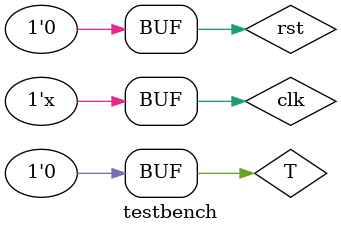
<source format=v>
`timescale 1ns/1ns
module testbench;
	
	reg	clk, rst, T;
	wire	Q;

	T_FF inst_1(T, clk, rst, Q);
	
	initial begin
		clk = 1'b1; // 1
		rst = 1'b0; // 0
		T = 1'b0; // 0
		#20  rst = 1'b1; // 1
		#40 rst = 1'b0; // 0
		T = 1'b1;
		#90 T = 1'b0;
	end
	always begin
		#10 clk = ~clk;
	end
endmodule
</source>
